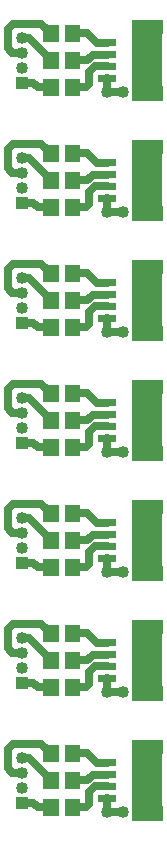
<source format=gbr>
G04 start of page 2 for group 0 idx 0 *
G04 Title: (unknown), top *
G04 Creator: pcb 4.0.2 *
G04 CreationDate: Wed Oct 14 23:14:01 2020 UTC *
G04 For: ndholmes *
G04 Format: Gerber/RS-274X *
G04 PCB-Dimensions (mil): 610.00 2710.00 *
G04 PCB-Coordinate-Origin: lower left *
%MOIN*%
%FSLAX25Y25*%
%LNTOP*%
%ADD16C,0.0240*%
%ADD15C,0.0200*%
%ADD14C,0.0310*%
%ADD13C,0.0400*%
%ADD12C,0.0250*%
%ADD11C,0.0001*%
G54D11*G36*
X49000Y109000D02*X59000D01*
Y82000D01*
X49000D01*
Y109000D01*
G37*
G36*
Y69000D02*X59000D01*
Y42000D01*
X49000D01*
Y69000D01*
G37*
G36*
Y29000D02*X59000D01*
Y2000D01*
X49000D01*
Y29000D01*
G37*
G36*
Y269000D02*X59000D01*
Y242000D01*
X49000D01*
Y269000D01*
G37*
G36*
Y189000D02*X59000D01*
Y162000D01*
X49000D01*
Y189000D01*
G37*
G36*
Y149000D02*X59000D01*
Y122000D01*
X49000D01*
Y149000D01*
G37*
G36*
Y229000D02*X59000D01*
Y202000D01*
X49000D01*
Y229000D01*
G37*
G54D12*X11200Y187800D02*X18657D01*
X13000D02*X9300D01*
X7500Y186000D01*
X18657Y187800D02*X21957Y184500D01*
X12200Y178000D02*X9000D01*
X7500Y179500D01*
Y184500D01*
Y186000D02*Y183000D01*
X12200D02*X14457D01*
X21957Y175500D01*
X40500Y181406D02*X37094D01*
X34000Y184500D01*
X29043D01*
X33900Y175500D02*X29043D01*
X34500Y167500D02*X33500Y166500D01*
X29043D01*
X46000Y165000D02*X40500D01*
Y169500D01*
X35469Y177069D02*X33900Y175500D01*
X40500Y177469D02*X35869D01*
X34450Y176050D01*
X40500Y173531D02*X36531D01*
X34500Y171500D01*
Y167500D01*
X12200Y168000D02*X16000D01*
X17500Y166500D01*
X21957D01*
X11200Y147800D02*X18657D01*
X21957Y144500D01*
X12200Y138000D02*X9000D01*
X7500Y139500D01*
Y144500D01*
X13000Y147800D02*X9300D01*
X7500Y146000D01*
Y143000D01*
X12200D02*X14457D01*
X21957Y135500D01*
X11200Y227800D02*X18657D01*
X21957Y224500D01*
X12200Y218000D02*X9000D01*
X7500Y219500D01*
Y224500D01*
X13000Y227800D02*X9300D01*
X7500Y226000D01*
Y223000D01*
X12200D02*X14457D01*
X21957Y215500D01*
X12200Y208000D02*X16000D01*
X17500Y206500D01*
X21957D01*
X35469Y217069D02*X33900Y215500D01*
X29043D01*
X34500Y207500D02*X33500Y206500D01*
X29043D01*
X34500Y211500D02*Y207500D01*
X40500Y221406D02*X37094D01*
X34000Y224500D01*
X29043D01*
X40500Y217469D02*X35869D01*
X34450Y216050D01*
X40500Y213531D02*X36531D01*
X46000Y205000D02*X40500D01*
Y209500D01*
X36531Y213531D02*X34500Y211500D01*
X35469Y257069D02*X33900Y255500D01*
X29043D01*
X40500Y257469D02*X35869D01*
X34450Y256050D01*
X40500Y261406D02*X37094D01*
X34000Y264500D01*
X29043D01*
X40500Y253531D02*X36531D01*
X11200Y267800D02*X18657D01*
X21957Y264500D01*
X12200Y258000D02*X9000D01*
X7500Y259500D01*
Y264500D01*
X13000Y267800D02*X9300D01*
X7500Y266000D01*
Y263000D01*
X12200D02*X14457D01*
X21957Y255500D01*
X12200Y248000D02*X16000D01*
X17500Y246500D01*
X21957D01*
X36531Y253531D02*X34500Y251500D01*
Y247500D01*
X33500Y246500D01*
X29043D01*
X46000Y245000D02*X40500D01*
Y249500D01*
X35469Y137069D02*X33900Y135500D01*
X29043D01*
X34500Y127500D02*X33500Y126500D01*
X29043D01*
X34500Y131500D02*Y127500D01*
X40500Y141406D02*X37094D01*
X34000Y144500D01*
X29043D01*
X40500Y137469D02*X35869D01*
X34450Y136050D01*
X40500Y133531D02*X36531D01*
X46000Y125000D02*X40500D01*
Y129500D01*
X36531Y133531D02*X34500Y131500D01*
X12200Y128000D02*X16000D01*
X17500Y126500D01*
X21957D01*
X11200Y107800D02*X18657D01*
X21957Y104500D01*
X12200Y98000D02*X9000D01*
X7500Y99500D01*
Y104500D01*
X13000Y107800D02*X9300D01*
X7500Y106000D01*
Y103000D01*
X12200D02*X14457D01*
X21957Y95500D01*
X35469Y97069D02*X33900Y95500D01*
X29043D01*
X34500Y87500D02*X33500Y86500D01*
X29043D01*
X34500Y91500D02*Y87500D01*
X40500Y101406D02*X37094D01*
X34000Y104500D01*
X29043D01*
X40500Y97469D02*X35869D01*
X34450Y96050D01*
X40500Y93531D02*X36531D01*
X46000Y85000D02*X40500D01*
Y89500D01*
X36531Y93531D02*X34500Y91500D01*
X12200Y88000D02*X16000D01*
X17500Y86500D01*
X21957D01*
X11200Y67800D02*X18657D01*
X21957Y64500D01*
X12200Y58000D02*X9000D01*
X7500Y59500D01*
Y64500D01*
X13000Y67800D02*X9300D01*
X7500Y66000D01*
Y63000D01*
X12200D02*X14457D01*
X21957Y55500D01*
X35469Y57069D02*X33900Y55500D01*
X29043D01*
X34500Y47500D02*X33500Y46500D01*
X29043D01*
X34500Y51500D02*Y47500D01*
X40500Y61406D02*X37094D01*
X34000Y64500D01*
X29043D01*
X40500Y57469D02*X35869D01*
X34450Y56050D01*
X40500Y53531D02*X36531D01*
X46000Y45000D02*X40500D01*
Y49500D01*
X36531Y53531D02*X34500Y51500D01*
X12200Y48000D02*X16000D01*
X17500Y46500D01*
X21957D01*
X11200Y27800D02*X18657D01*
X21957Y24500D01*
X12200Y18000D02*X9000D01*
X7500Y19500D01*
Y24500D01*
X13000Y27800D02*X9300D01*
X7500Y26000D01*
Y23000D01*
X12200D02*X14457D01*
X21957Y15500D01*
X12200Y8000D02*X16000D01*
X17500Y6500D01*
X21957D01*
X35469Y17069D02*X33900Y15500D01*
X29043D01*
X34500Y7500D02*X33500Y6500D01*
X29043D01*
X34500Y11500D02*Y7500D01*
X40500Y21406D02*X37094D01*
X34000Y24500D01*
X29043D01*
X40500Y17469D02*X35869D01*
X34450Y16050D01*
X40500Y13531D02*X36531D01*
X46000Y5000D02*X40500D01*
Y9500D01*
X36531Y13531D02*X34500Y11500D01*
G54D11*G36*
X10200Y130000D02*Y126000D01*
X14200D01*
Y130000D01*
X10200D01*
G37*
G36*
Y90000D02*Y86000D01*
X14200D01*
Y90000D01*
X10200D01*
G37*
G54D13*X12200Y93000D03*
Y98000D03*
Y103000D03*
Y133000D03*
Y138000D03*
Y143000D03*
G54D11*G36*
X10200Y50000D02*Y46000D01*
X14200D01*
Y50000D01*
X10200D01*
G37*
G54D13*X12200Y53000D03*
G54D11*G36*
X10200Y10000D02*Y6000D01*
X14200D01*
Y10000D01*
X10200D01*
G37*
G54D13*X12200Y13000D03*
Y18000D03*
Y23000D03*
Y58000D03*
Y63000D03*
G54D11*G36*
X10200Y170000D02*Y166000D01*
X14200D01*
Y170000D01*
X10200D01*
G37*
G54D13*X12200Y173000D03*
Y178000D03*
G54D11*G36*
X10200Y250000D02*Y246000D01*
X14200D01*
Y250000D01*
X10200D01*
G37*
G54D13*X12200Y253000D03*
Y258000D03*
Y263000D03*
Y183000D03*
G54D11*G36*
X10200Y210000D02*Y206000D01*
X14200D01*
Y210000D01*
X10200D01*
G37*
G54D13*X12200Y213000D03*
Y218000D03*
Y223000D03*
G54D11*G36*
X24516Y169452D02*X19398D01*
Y163548D01*
X24516D01*
Y169452D01*
G37*
G36*
X31602D02*X26484D01*
Y163548D01*
X31602D01*
Y169452D01*
G37*
G36*
X24516Y178452D02*X19398D01*
Y172548D01*
X24516D01*
Y178452D01*
G37*
G36*
X31602D02*X26484D01*
Y172548D01*
X31602D01*
Y178452D01*
G37*
G36*
X24516Y187452D02*X19398D01*
Y181548D01*
X24516D01*
Y187452D01*
G37*
G36*
X31602D02*X26484D01*
Y181548D01*
X31602D01*
Y187452D01*
G37*
G36*
X37449Y170775D02*Y168413D01*
X43551D01*
Y170775D01*
X37449D01*
G37*
G36*
Y174712D02*Y172350D01*
X43551D01*
Y174712D01*
X37449D01*
G37*
G36*
Y178650D02*Y176288D01*
X43551D01*
Y178650D01*
X37449D01*
G37*
G36*
Y182587D02*Y180225D01*
X43551D01*
Y182587D01*
X37449D01*
G37*
G36*
X31602Y258452D02*X26484D01*
Y252548D01*
X31602D01*
Y258452D01*
G37*
G36*
X24516Y267452D02*X19398D01*
Y261548D01*
X24516D01*
Y267452D01*
G37*
G36*
X31602D02*X26484D01*
Y261548D01*
X31602D01*
Y267452D01*
G37*
G36*
X24516Y249452D02*X19398D01*
Y243548D01*
X24516D01*
Y249452D01*
G37*
G36*
X31602D02*X26484D01*
Y243548D01*
X31602D01*
Y249452D01*
G37*
G36*
X24516Y258452D02*X19398D01*
Y252548D01*
X24516D01*
Y258452D01*
G37*
G36*
X37449Y250775D02*Y248413D01*
X43551D01*
Y250775D01*
X37449D01*
G37*
G36*
Y254712D02*Y252350D01*
X43551D01*
Y254712D01*
X37449D01*
G37*
G36*
Y258650D02*Y256288D01*
X43551D01*
Y258650D01*
X37449D01*
G37*
G36*
Y262587D02*Y260225D01*
X43551D01*
Y262587D01*
X37449D01*
G37*
G36*
X52213Y246838D02*Y242114D01*
X59299D01*
Y246838D01*
X52213D01*
G37*
G36*
Y268886D02*Y264162D01*
X59299D01*
Y268886D01*
X52213D01*
G37*
G36*
Y166838D02*Y162114D01*
X59299D01*
Y166838D01*
X52213D01*
G37*
G36*
X24516Y129452D02*X19398D01*
Y123548D01*
X24516D01*
Y129452D01*
G37*
G36*
X31602D02*X26484D01*
Y123548D01*
X31602D01*
Y129452D01*
G37*
G36*
X24516Y138452D02*X19398D01*
Y132548D01*
X24516D01*
Y138452D01*
G37*
G36*
X31602D02*X26484D01*
Y132548D01*
X31602D01*
Y138452D01*
G37*
G36*
X24516Y147452D02*X19398D01*
Y141548D01*
X24516D01*
Y147452D01*
G37*
G36*
X31602D02*X26484D01*
Y141548D01*
X31602D01*
Y147452D01*
G37*
G36*
X37449Y130775D02*Y128413D01*
X43551D01*
Y130775D01*
X37449D01*
G37*
G36*
Y134712D02*Y132350D01*
X43551D01*
Y134712D01*
X37449D01*
G37*
G36*
Y138650D02*Y136288D01*
X43551D01*
Y138650D01*
X37449D01*
G37*
G36*
Y142587D02*Y140225D01*
X43551D01*
Y142587D01*
X37449D01*
G37*
G36*
X52213Y148886D02*Y144162D01*
X59299D01*
Y148886D01*
X52213D01*
G37*
G36*
Y188886D02*Y184162D01*
X59299D01*
Y188886D01*
X52213D01*
G37*
G36*
X24516Y209452D02*X19398D01*
Y203548D01*
X24516D01*
Y209452D01*
G37*
G36*
Y218452D02*X19398D01*
Y212548D01*
X24516D01*
Y218452D01*
G37*
G36*
Y227452D02*X19398D01*
Y221548D01*
X24516D01*
Y227452D01*
G37*
G36*
X31602Y209452D02*X26484D01*
Y203548D01*
X31602D01*
Y209452D01*
G37*
G36*
Y218452D02*X26484D01*
Y212548D01*
X31602D01*
Y218452D01*
G37*
G36*
Y227452D02*X26484D01*
Y221548D01*
X31602D01*
Y227452D01*
G37*
G36*
X37449Y210775D02*Y208413D01*
X43551D01*
Y210775D01*
X37449D01*
G37*
G36*
Y214712D02*Y212350D01*
X43551D01*
Y214712D01*
X37449D01*
G37*
G36*
Y218650D02*Y216288D01*
X43551D01*
Y218650D01*
X37449D01*
G37*
G36*
Y222587D02*Y220225D01*
X43551D01*
Y222587D01*
X37449D01*
G37*
G36*
X52213Y206838D02*Y202114D01*
X59299D01*
Y206838D01*
X52213D01*
G37*
G36*
Y228886D02*Y224162D01*
X59299D01*
Y228886D01*
X52213D01*
G37*
G36*
Y126838D02*Y122114D01*
X59299D01*
Y126838D01*
X52213D01*
G37*
G36*
Y108886D02*Y104162D01*
X59299D01*
Y108886D01*
X52213D01*
G37*
G36*
X37449Y90775D02*Y88413D01*
X43551D01*
Y90775D01*
X37449D01*
G37*
G36*
X52213Y86838D02*Y82114D01*
X59299D01*
Y86838D01*
X52213D01*
G37*
G36*
X37449Y94712D02*Y92350D01*
X43551D01*
Y94712D01*
X37449D01*
G37*
G36*
Y98650D02*Y96288D01*
X43551D01*
Y98650D01*
X37449D01*
G37*
G36*
Y102587D02*Y100225D01*
X43551D01*
Y102587D01*
X37449D01*
G37*
G36*
X52213Y46838D02*Y42114D01*
X59299D01*
Y46838D01*
X52213D01*
G37*
G36*
Y28886D02*Y24162D01*
X59299D01*
Y28886D01*
X52213D01*
G37*
G36*
Y68886D02*Y64162D01*
X59299D01*
Y68886D01*
X52213D01*
G37*
G36*
Y6838D02*Y2114D01*
X59299D01*
Y6838D01*
X52213D01*
G37*
G36*
X24516Y89452D02*X19398D01*
Y83548D01*
X24516D01*
Y89452D01*
G37*
G36*
X31602D02*X26484D01*
Y83548D01*
X31602D01*
Y89452D01*
G37*
G36*
X24516Y98452D02*X19398D01*
Y92548D01*
X24516D01*
Y98452D01*
G37*
G36*
X31602D02*X26484D01*
Y92548D01*
X31602D01*
Y98452D01*
G37*
G36*
X24516Y107452D02*X19398D01*
Y101548D01*
X24516D01*
Y107452D01*
G37*
G36*
Y49452D02*X19398D01*
Y43548D01*
X24516D01*
Y49452D01*
G37*
G36*
Y58452D02*X19398D01*
Y52548D01*
X24516D01*
Y58452D01*
G37*
G36*
Y67452D02*X19398D01*
Y61548D01*
X24516D01*
Y67452D01*
G37*
G36*
X31602Y107452D02*X26484D01*
Y101548D01*
X31602D01*
Y107452D01*
G37*
G36*
Y49452D02*X26484D01*
Y43548D01*
X31602D01*
Y49452D01*
G37*
G36*
Y58452D02*X26484D01*
Y52548D01*
X31602D01*
Y58452D01*
G37*
G36*
Y67452D02*X26484D01*
Y61548D01*
X31602D01*
Y67452D01*
G37*
G36*
X37449Y50775D02*Y48413D01*
X43551D01*
Y50775D01*
X37449D01*
G37*
G36*
Y54712D02*Y52350D01*
X43551D01*
Y54712D01*
X37449D01*
G37*
G36*
Y58650D02*Y56288D01*
X43551D01*
Y58650D01*
X37449D01*
G37*
G36*
Y62587D02*Y60225D01*
X43551D01*
Y62587D01*
X37449D01*
G37*
G36*
X24516Y9452D02*X19398D01*
Y3548D01*
X24516D01*
Y9452D01*
G37*
G36*
Y18452D02*X19398D01*
Y12548D01*
X24516D01*
Y18452D01*
G37*
G36*
Y27452D02*X19398D01*
Y21548D01*
X24516D01*
Y27452D01*
G37*
G36*
X31602Y9452D02*X26484D01*
Y3548D01*
X31602D01*
Y9452D01*
G37*
G36*
Y18452D02*X26484D01*
Y12548D01*
X31602D01*
Y18452D01*
G37*
G36*
Y27452D02*X26484D01*
Y21548D01*
X31602D01*
Y27452D01*
G37*
G36*
X37449Y10775D02*Y8413D01*
X43551D01*
Y10775D01*
X37449D01*
G37*
G36*
Y14712D02*Y12350D01*
X43551D01*
Y14712D01*
X37449D01*
G37*
G36*
Y18650D02*Y16288D01*
X43551D01*
Y18650D01*
X37449D01*
G37*
G36*
Y22587D02*Y20225D01*
X43551D01*
Y22587D01*
X37449D01*
G37*
G54D13*X40500Y165000D03*
X46000D03*
X40500Y125000D03*
X46000D03*
X40500Y245000D03*
X46000D03*
X40500Y205000D03*
X46000D03*
X40500Y85000D03*
X46000D03*
X40500Y45000D03*
X46000D03*
X40500Y5000D03*
X46000D03*
G54D14*G54D15*G54D14*G54D15*G54D14*G54D15*G54D14*G54D15*G54D14*G54D15*G54D14*G54D15*G54D16*M02*

</source>
